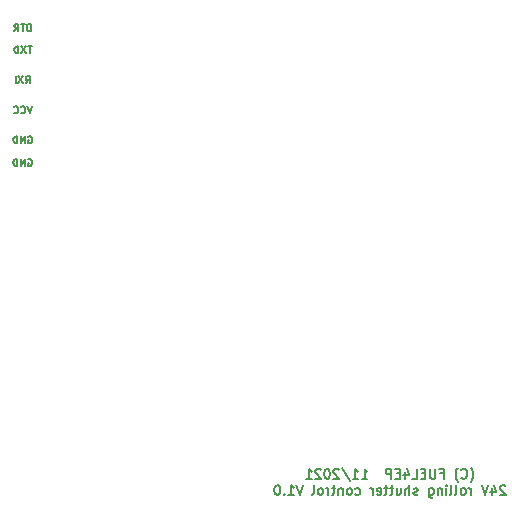
<source format=gbr>
G04 #@! TF.GenerationSoftware,KiCad,Pcbnew,5.1.12-84ad8e8a86~92~ubuntu18.04.1*
G04 #@! TF.CreationDate,2021-11-21T15:17:01+01:00*
G04 #@! TF.ProjectId,HM-LC-Bl1-FM_FUEL4EP_PCB,484d2d4c-432d-4426-9c31-2d464d5f4655,rev?*
G04 #@! TF.SameCoordinates,Original*
G04 #@! TF.FileFunction,Legend,Bot*
G04 #@! TF.FilePolarity,Positive*
%FSLAX46Y46*%
G04 Gerber Fmt 4.6, Leading zero omitted, Abs format (unit mm)*
G04 Created by KiCad (PCBNEW 5.1.12-84ad8e8a86~92~ubuntu18.04.1) date 2021-11-21 15:17:01*
%MOMM*%
%LPD*%
G01*
G04 APERTURE LIST*
%ADD10C,0.152400*%
%ADD11C,0.150000*%
%ADD12C,3.000000*%
%ADD13C,1.350000*%
%ADD14O,1.700000X1.700000*%
%ADD15R,1.700000X1.700000*%
%ADD16C,3.200000*%
%ADD17R,3.500000X3.500000*%
%ADD18O,1.400000X1.400000*%
%ADD19C,1.400000*%
%ADD20O,2.800000X2.800000*%
%ADD21C,2.800000*%
%ADD22O,2.200000X2.200000*%
%ADD23R,2.200000X2.200000*%
%ADD24C,1.600000*%
%ADD25R,1.600000X1.600000*%
%ADD26C,2.000000*%
%ADD27C,5.800000*%
%ADD28C,2.082800*%
%ADD29C,2.600000*%
%ADD30R,2.600000X2.600000*%
%ADD31C,5.700000*%
%ADD32C,2.200000*%
%ADD33C,2.500000*%
%ADD34C,1.800000*%
%ADD35C,1.498600*%
%ADD36R,1.498600X1.498600*%
%ADD37C,3.500000*%
%ADD38O,3.251200X1.625600*%
%ADD39R,1.050000X1.500000*%
%ADD40O,1.050000X1.500000*%
%ADD41O,1.800000X1.800000*%
%ADD42R,1.800000X1.800000*%
%ADD43O,1.717500X1.800000*%
%ADD44R,1.717500X1.800000*%
%ADD45O,1.600000X1.600000*%
G04 APERTURE END LIST*
D10*
X126820990Y-44187533D02*
X126859695Y-44148828D01*
X126937104Y-44032714D01*
X126975809Y-43955304D01*
X127014514Y-43839190D01*
X127053219Y-43645666D01*
X127053219Y-43490847D01*
X127014514Y-43297323D01*
X126975809Y-43181209D01*
X126937104Y-43103800D01*
X126859695Y-42987685D01*
X126820990Y-42948980D01*
X126046895Y-43800485D02*
X126085600Y-43839190D01*
X126201714Y-43877895D01*
X126279123Y-43877895D01*
X126395238Y-43839190D01*
X126472647Y-43761780D01*
X126511352Y-43684371D01*
X126550057Y-43529552D01*
X126550057Y-43413438D01*
X126511352Y-43258619D01*
X126472647Y-43181209D01*
X126395238Y-43103800D01*
X126279123Y-43065095D01*
X126201714Y-43065095D01*
X126085600Y-43103800D01*
X126046895Y-43142504D01*
X125775961Y-44187533D02*
X125737257Y-44148828D01*
X125659847Y-44032714D01*
X125621142Y-43955304D01*
X125582438Y-43839190D01*
X125543733Y-43645666D01*
X125543733Y-43490847D01*
X125582438Y-43297323D01*
X125621142Y-43181209D01*
X125659847Y-43103800D01*
X125737257Y-42987685D01*
X125775961Y-42948980D01*
X124266476Y-43452142D02*
X124537409Y-43452142D01*
X124537409Y-43877895D02*
X124537409Y-43065095D01*
X124150361Y-43065095D01*
X123840723Y-43065095D02*
X123840723Y-43723076D01*
X123802019Y-43800485D01*
X123763314Y-43839190D01*
X123685904Y-43877895D01*
X123531085Y-43877895D01*
X123453676Y-43839190D01*
X123414971Y-43800485D01*
X123376266Y-43723076D01*
X123376266Y-43065095D01*
X122989219Y-43452142D02*
X122718285Y-43452142D01*
X122602171Y-43877895D02*
X122989219Y-43877895D01*
X122989219Y-43065095D01*
X122602171Y-43065095D01*
X121866780Y-43877895D02*
X122253828Y-43877895D01*
X122253828Y-43065095D01*
X121247504Y-43336028D02*
X121247504Y-43877895D01*
X121441028Y-43026390D02*
X121634552Y-43606961D01*
X121131390Y-43606961D01*
X120821752Y-43452142D02*
X120550819Y-43452142D01*
X120434704Y-43877895D02*
X120821752Y-43877895D01*
X120821752Y-43065095D01*
X120434704Y-43065095D01*
X120086361Y-43877895D02*
X120086361Y-43065095D01*
X119776723Y-43065095D01*
X119699314Y-43103800D01*
X119660609Y-43142504D01*
X119621904Y-43219914D01*
X119621904Y-43336028D01*
X119660609Y-43413438D01*
X119699314Y-43452142D01*
X119776723Y-43490847D01*
X120086361Y-43490847D01*
X117609257Y-43877895D02*
X118073714Y-43877895D01*
X117841485Y-43877895D02*
X117841485Y-43065095D01*
X117918895Y-43181209D01*
X117996304Y-43258619D01*
X118073714Y-43297323D01*
X116835161Y-43877895D02*
X117299619Y-43877895D01*
X117067390Y-43877895D02*
X117067390Y-43065095D01*
X117144800Y-43181209D01*
X117222209Y-43258619D01*
X117299619Y-43297323D01*
X115906247Y-43026390D02*
X116602933Y-44071419D01*
X115674019Y-43142504D02*
X115635314Y-43103800D01*
X115557904Y-43065095D01*
X115364380Y-43065095D01*
X115286971Y-43103800D01*
X115248266Y-43142504D01*
X115209561Y-43219914D01*
X115209561Y-43297323D01*
X115248266Y-43413438D01*
X115712723Y-43877895D01*
X115209561Y-43877895D01*
X114706400Y-43065095D02*
X114628990Y-43065095D01*
X114551580Y-43103800D01*
X114512876Y-43142504D01*
X114474171Y-43219914D01*
X114435466Y-43374733D01*
X114435466Y-43568257D01*
X114474171Y-43723076D01*
X114512876Y-43800485D01*
X114551580Y-43839190D01*
X114628990Y-43877895D01*
X114706400Y-43877895D01*
X114783809Y-43839190D01*
X114822514Y-43800485D01*
X114861219Y-43723076D01*
X114899923Y-43568257D01*
X114899923Y-43374733D01*
X114861219Y-43219914D01*
X114822514Y-43142504D01*
X114783809Y-43103800D01*
X114706400Y-43065095D01*
X114125828Y-43142504D02*
X114087123Y-43103800D01*
X114009714Y-43065095D01*
X113816190Y-43065095D01*
X113738780Y-43103800D01*
X113700076Y-43142504D01*
X113661371Y-43219914D01*
X113661371Y-43297323D01*
X113700076Y-43413438D01*
X114164533Y-43877895D01*
X113661371Y-43877895D01*
X112887276Y-43877895D02*
X113351733Y-43877895D01*
X113119504Y-43877895D02*
X113119504Y-43065095D01*
X113196914Y-43181209D01*
X113274323Y-43258619D01*
X113351733Y-43297323D01*
X129762552Y-44514104D02*
X129723847Y-44475400D01*
X129646438Y-44436695D01*
X129452914Y-44436695D01*
X129375504Y-44475400D01*
X129336800Y-44514104D01*
X129298095Y-44591514D01*
X129298095Y-44668923D01*
X129336800Y-44785038D01*
X129801257Y-45249495D01*
X129298095Y-45249495D01*
X128601409Y-44707628D02*
X128601409Y-45249495D01*
X128794933Y-44397990D02*
X128988457Y-44978561D01*
X128485295Y-44978561D01*
X128291771Y-44436695D02*
X128020838Y-45249495D01*
X127749904Y-44436695D01*
X126859695Y-45249495D02*
X126859695Y-44707628D01*
X126859695Y-44862447D02*
X126820990Y-44785038D01*
X126782285Y-44746333D01*
X126704876Y-44707628D01*
X126627466Y-44707628D01*
X126240419Y-45249495D02*
X126317828Y-45210790D01*
X126356533Y-45172085D01*
X126395238Y-45094676D01*
X126395238Y-44862447D01*
X126356533Y-44785038D01*
X126317828Y-44746333D01*
X126240419Y-44707628D01*
X126124304Y-44707628D01*
X126046895Y-44746333D01*
X126008190Y-44785038D01*
X125969485Y-44862447D01*
X125969485Y-45094676D01*
X126008190Y-45172085D01*
X126046895Y-45210790D01*
X126124304Y-45249495D01*
X126240419Y-45249495D01*
X125505028Y-45249495D02*
X125582438Y-45210790D01*
X125621142Y-45133380D01*
X125621142Y-44436695D01*
X125079276Y-45249495D02*
X125156685Y-45210790D01*
X125195390Y-45133380D01*
X125195390Y-44436695D01*
X124769638Y-45249495D02*
X124769638Y-44707628D01*
X124769638Y-44436695D02*
X124808342Y-44475400D01*
X124769638Y-44514104D01*
X124730933Y-44475400D01*
X124769638Y-44436695D01*
X124769638Y-44514104D01*
X124382590Y-44707628D02*
X124382590Y-45249495D01*
X124382590Y-44785038D02*
X124343885Y-44746333D01*
X124266476Y-44707628D01*
X124150361Y-44707628D01*
X124072952Y-44746333D01*
X124034247Y-44823742D01*
X124034247Y-45249495D01*
X123298857Y-44707628D02*
X123298857Y-45365609D01*
X123337561Y-45443019D01*
X123376266Y-45481723D01*
X123453676Y-45520428D01*
X123569790Y-45520428D01*
X123647200Y-45481723D01*
X123298857Y-45210790D02*
X123376266Y-45249495D01*
X123531085Y-45249495D01*
X123608495Y-45210790D01*
X123647200Y-45172085D01*
X123685904Y-45094676D01*
X123685904Y-44862447D01*
X123647200Y-44785038D01*
X123608495Y-44746333D01*
X123531085Y-44707628D01*
X123376266Y-44707628D01*
X123298857Y-44746333D01*
X122331238Y-45210790D02*
X122253828Y-45249495D01*
X122099009Y-45249495D01*
X122021600Y-45210790D01*
X121982895Y-45133380D01*
X121982895Y-45094676D01*
X122021600Y-45017266D01*
X122099009Y-44978561D01*
X122215123Y-44978561D01*
X122292533Y-44939857D01*
X122331238Y-44862447D01*
X122331238Y-44823742D01*
X122292533Y-44746333D01*
X122215123Y-44707628D01*
X122099009Y-44707628D01*
X122021600Y-44746333D01*
X121634552Y-45249495D02*
X121634552Y-44436695D01*
X121286209Y-45249495D02*
X121286209Y-44823742D01*
X121324914Y-44746333D01*
X121402323Y-44707628D01*
X121518438Y-44707628D01*
X121595847Y-44746333D01*
X121634552Y-44785038D01*
X120550819Y-44707628D02*
X120550819Y-45249495D01*
X120899161Y-44707628D02*
X120899161Y-45133380D01*
X120860457Y-45210790D01*
X120783047Y-45249495D01*
X120666933Y-45249495D01*
X120589523Y-45210790D01*
X120550819Y-45172085D01*
X120279885Y-44707628D02*
X119970247Y-44707628D01*
X120163771Y-44436695D02*
X120163771Y-45133380D01*
X120125066Y-45210790D01*
X120047657Y-45249495D01*
X119970247Y-45249495D01*
X119815428Y-44707628D02*
X119505790Y-44707628D01*
X119699314Y-44436695D02*
X119699314Y-45133380D01*
X119660609Y-45210790D01*
X119583200Y-45249495D01*
X119505790Y-45249495D01*
X118925219Y-45210790D02*
X119002628Y-45249495D01*
X119157447Y-45249495D01*
X119234857Y-45210790D01*
X119273561Y-45133380D01*
X119273561Y-44823742D01*
X119234857Y-44746333D01*
X119157447Y-44707628D01*
X119002628Y-44707628D01*
X118925219Y-44746333D01*
X118886514Y-44823742D01*
X118886514Y-44901152D01*
X119273561Y-44978561D01*
X118538171Y-45249495D02*
X118538171Y-44707628D01*
X118538171Y-44862447D02*
X118499466Y-44785038D01*
X118460761Y-44746333D01*
X118383352Y-44707628D01*
X118305942Y-44707628D01*
X117067390Y-45210790D02*
X117144800Y-45249495D01*
X117299619Y-45249495D01*
X117377028Y-45210790D01*
X117415733Y-45172085D01*
X117454438Y-45094676D01*
X117454438Y-44862447D01*
X117415733Y-44785038D01*
X117377028Y-44746333D01*
X117299619Y-44707628D01*
X117144800Y-44707628D01*
X117067390Y-44746333D01*
X116602933Y-45249495D02*
X116680342Y-45210790D01*
X116719047Y-45172085D01*
X116757752Y-45094676D01*
X116757752Y-44862447D01*
X116719047Y-44785038D01*
X116680342Y-44746333D01*
X116602933Y-44707628D01*
X116486819Y-44707628D01*
X116409409Y-44746333D01*
X116370704Y-44785038D01*
X116332000Y-44862447D01*
X116332000Y-45094676D01*
X116370704Y-45172085D01*
X116409409Y-45210790D01*
X116486819Y-45249495D01*
X116602933Y-45249495D01*
X115983657Y-44707628D02*
X115983657Y-45249495D01*
X115983657Y-44785038D02*
X115944952Y-44746333D01*
X115867542Y-44707628D01*
X115751428Y-44707628D01*
X115674019Y-44746333D01*
X115635314Y-44823742D01*
X115635314Y-45249495D01*
X115364380Y-44707628D02*
X115054742Y-44707628D01*
X115248266Y-44436695D02*
X115248266Y-45133380D01*
X115209561Y-45210790D01*
X115132152Y-45249495D01*
X115054742Y-45249495D01*
X114783809Y-45249495D02*
X114783809Y-44707628D01*
X114783809Y-44862447D02*
X114745104Y-44785038D01*
X114706400Y-44746333D01*
X114628990Y-44707628D01*
X114551580Y-44707628D01*
X114164533Y-45249495D02*
X114241942Y-45210790D01*
X114280647Y-45172085D01*
X114319352Y-45094676D01*
X114319352Y-44862447D01*
X114280647Y-44785038D01*
X114241942Y-44746333D01*
X114164533Y-44707628D01*
X114048419Y-44707628D01*
X113971009Y-44746333D01*
X113932304Y-44785038D01*
X113893600Y-44862447D01*
X113893600Y-45094676D01*
X113932304Y-45172085D01*
X113971009Y-45210790D01*
X114048419Y-45249495D01*
X114164533Y-45249495D01*
X113429142Y-45249495D02*
X113506552Y-45210790D01*
X113545257Y-45133380D01*
X113545257Y-44436695D01*
X112616342Y-44436695D02*
X112345409Y-45249495D01*
X112074476Y-44436695D01*
X111377790Y-45249495D02*
X111842247Y-45249495D01*
X111610019Y-45249495D02*
X111610019Y-44436695D01*
X111687428Y-44552809D01*
X111764838Y-44630219D01*
X111842247Y-44668923D01*
X111029447Y-45172085D02*
X110990742Y-45210790D01*
X111029447Y-45249495D01*
X111068152Y-45210790D01*
X111029447Y-45172085D01*
X111029447Y-45249495D01*
X110487580Y-44436695D02*
X110410171Y-44436695D01*
X110332761Y-44475400D01*
X110294057Y-44514104D01*
X110255352Y-44591514D01*
X110216647Y-44746333D01*
X110216647Y-44939857D01*
X110255352Y-45094676D01*
X110294057Y-45172085D01*
X110332761Y-45210790D01*
X110410171Y-45249495D01*
X110487580Y-45249495D01*
X110564990Y-45210790D01*
X110603695Y-45172085D01*
X110642400Y-45094676D01*
X110681104Y-44939857D01*
X110681104Y-44746333D01*
X110642400Y-44591514D01*
X110603695Y-44514104D01*
X110564990Y-44475400D01*
X110487580Y-44436695D01*
D11*
X92075000Y-17780000D02*
G75*
G03*
X92075000Y-17780000I-635000J0D01*
G01*
X92075000Y-15240000D02*
G75*
G03*
X92075000Y-15240000I-635000J0D01*
G01*
X92075000Y-12700000D02*
G75*
G03*
X92075000Y-12700000I-635000J0D01*
G01*
X92075000Y-10160000D02*
G75*
G03*
X92075000Y-10160000I-635000J0D01*
G01*
X92075000Y-7620000D02*
G75*
G03*
X92075000Y-7620000I-635000J0D01*
G01*
X92075000Y-5080000D02*
G75*
G03*
X92075000Y-5080000I-635000J0D01*
G01*
X89357142Y-16845000D02*
X89414285Y-16816428D01*
X89500000Y-16816428D01*
X89585714Y-16845000D01*
X89642857Y-16902142D01*
X89671428Y-16959285D01*
X89700000Y-17073571D01*
X89700000Y-17159285D01*
X89671428Y-17273571D01*
X89642857Y-17330714D01*
X89585714Y-17387857D01*
X89500000Y-17416428D01*
X89442857Y-17416428D01*
X89357142Y-17387857D01*
X89328571Y-17359285D01*
X89328571Y-17159285D01*
X89442857Y-17159285D01*
X89071428Y-17416428D02*
X89071428Y-16816428D01*
X88728571Y-17416428D01*
X88728571Y-16816428D01*
X88442857Y-17416428D02*
X88442857Y-16816428D01*
X88300000Y-16816428D01*
X88214285Y-16845000D01*
X88157142Y-16902142D01*
X88128571Y-16959285D01*
X88100000Y-17073571D01*
X88100000Y-17159285D01*
X88128571Y-17273571D01*
X88157142Y-17330714D01*
X88214285Y-17387857D01*
X88300000Y-17416428D01*
X88442857Y-17416428D01*
X89357142Y-14940000D02*
X89414285Y-14911428D01*
X89500000Y-14911428D01*
X89585714Y-14940000D01*
X89642857Y-14997142D01*
X89671428Y-15054285D01*
X89700000Y-15168571D01*
X89700000Y-15254285D01*
X89671428Y-15368571D01*
X89642857Y-15425714D01*
X89585714Y-15482857D01*
X89500000Y-15511428D01*
X89442857Y-15511428D01*
X89357142Y-15482857D01*
X89328571Y-15454285D01*
X89328571Y-15254285D01*
X89442857Y-15254285D01*
X89071428Y-15511428D02*
X89071428Y-14911428D01*
X88728571Y-15511428D01*
X88728571Y-14911428D01*
X88442857Y-15511428D02*
X88442857Y-14911428D01*
X88300000Y-14911428D01*
X88214285Y-14940000D01*
X88157142Y-14997142D01*
X88128571Y-15054285D01*
X88100000Y-15168571D01*
X88100000Y-15254285D01*
X88128571Y-15368571D01*
X88157142Y-15425714D01*
X88214285Y-15482857D01*
X88300000Y-15511428D01*
X88442857Y-15511428D01*
X89700000Y-12371428D02*
X89500000Y-12971428D01*
X89300000Y-12371428D01*
X88757142Y-12914285D02*
X88785714Y-12942857D01*
X88871428Y-12971428D01*
X88928571Y-12971428D01*
X89014285Y-12942857D01*
X89071428Y-12885714D01*
X89100000Y-12828571D01*
X89128571Y-12714285D01*
X89128571Y-12628571D01*
X89100000Y-12514285D01*
X89071428Y-12457142D01*
X89014285Y-12400000D01*
X88928571Y-12371428D01*
X88871428Y-12371428D01*
X88785714Y-12400000D01*
X88757142Y-12428571D01*
X88157142Y-12914285D02*
X88185714Y-12942857D01*
X88271428Y-12971428D01*
X88328571Y-12971428D01*
X88414285Y-12942857D01*
X88471428Y-12885714D01*
X88500000Y-12828571D01*
X88528571Y-12714285D01*
X88528571Y-12628571D01*
X88500000Y-12514285D01*
X88471428Y-12457142D01*
X88414285Y-12400000D01*
X88328571Y-12371428D01*
X88271428Y-12371428D01*
X88185714Y-12400000D01*
X88157142Y-12428571D01*
X89142857Y-10431428D02*
X89342857Y-10145714D01*
X89485714Y-10431428D02*
X89485714Y-9831428D01*
X89257142Y-9831428D01*
X89200000Y-9860000D01*
X89171428Y-9888571D01*
X89142857Y-9945714D01*
X89142857Y-10031428D01*
X89171428Y-10088571D01*
X89200000Y-10117142D01*
X89257142Y-10145714D01*
X89485714Y-10145714D01*
X88942857Y-9831428D02*
X88542857Y-10431428D01*
X88542857Y-9831428D02*
X88942857Y-10431428D01*
X88314285Y-10431428D02*
X88314285Y-9831428D01*
X89657142Y-7291428D02*
X89314285Y-7291428D01*
X89485714Y-7891428D02*
X89485714Y-7291428D01*
X89171428Y-7291428D02*
X88771428Y-7891428D01*
X88771428Y-7291428D02*
X89171428Y-7891428D01*
X88542857Y-7891428D02*
X88542857Y-7291428D01*
X88400000Y-7291428D01*
X88314285Y-7320000D01*
X88257142Y-7377142D01*
X88228571Y-7434285D01*
X88200000Y-7548571D01*
X88200000Y-7634285D01*
X88228571Y-7748571D01*
X88257142Y-7805714D01*
X88314285Y-7862857D01*
X88400000Y-7891428D01*
X88542857Y-7891428D01*
X89585714Y-5986428D02*
X89585714Y-5386428D01*
X89442857Y-5386428D01*
X89357142Y-5415000D01*
X89300000Y-5472142D01*
X89271428Y-5529285D01*
X89242857Y-5643571D01*
X89242857Y-5729285D01*
X89271428Y-5843571D01*
X89300000Y-5900714D01*
X89357142Y-5957857D01*
X89442857Y-5986428D01*
X89585714Y-5986428D01*
X89071428Y-5386428D02*
X88728571Y-5386428D01*
X88900000Y-5986428D02*
X88900000Y-5386428D01*
X88185714Y-5986428D02*
X88385714Y-5700714D01*
X88528571Y-5986428D02*
X88528571Y-5386428D01*
X88300000Y-5386428D01*
X88242857Y-5415000D01*
X88214285Y-5443571D01*
X88185714Y-5500714D01*
X88185714Y-5586428D01*
X88214285Y-5643571D01*
X88242857Y-5672142D01*
X88300000Y-5700714D01*
X88528571Y-5700714D01*
%LPC*%
D12*
X76380000Y-55220000D03*
D13*
X76380000Y-57720000D03*
X76380000Y-52720000D03*
X58380000Y-59220000D03*
X58380000Y-57220000D03*
X58380000Y-55220000D03*
X58380000Y-53220000D03*
X58380000Y-51220000D03*
X58380000Y-49220000D03*
X58380000Y-47220000D03*
X58380000Y-61220000D03*
D14*
X76962000Y-25654000D03*
X74422000Y-25654000D03*
X71882000Y-25654000D03*
X69342000Y-25654000D03*
X66802000Y-25654000D03*
D15*
X64262000Y-25654000D03*
D16*
X92299000Y12180000D03*
X61999000Y27480000D03*
D17*
X96999000Y10980000D03*
X96999000Y28680000D03*
X57299000Y10980000D03*
X57299000Y28680000D03*
D14*
X92456000Y-31496000D03*
X92456000Y-34036000D03*
D15*
X92456000Y-36576000D03*
D18*
X43180000Y-21590000D03*
D19*
X48260000Y-21590000D03*
D18*
X82550000Y-47625000D03*
D19*
X87630000Y-47625000D03*
D18*
X45720000Y-12065000D03*
D19*
X50800000Y-12065000D03*
D18*
X123444000Y9474200D03*
D19*
X123444000Y14554200D03*
D18*
X112395000Y8890000D03*
D19*
X117475000Y8890000D03*
D18*
X72390000Y-30480000D03*
D19*
X77470000Y-30480000D03*
D18*
X140335000Y13970000D03*
D19*
X140335000Y8890000D03*
D18*
X135128000Y18034000D03*
D19*
X140208000Y18034000D03*
D18*
X87630000Y-31115000D03*
D19*
X82550000Y-31115000D03*
D18*
X92456000Y-27686000D03*
D19*
X92456000Y-22606000D03*
D18*
X67310000Y-36195000D03*
D19*
X67310000Y-31115000D03*
D18*
X55245000Y-34671000D03*
D19*
X60325000Y-34671000D03*
D18*
X50800000Y-31242000D03*
D19*
X50800000Y-26162000D03*
D18*
X63500000Y1270000D03*
D19*
X68580000Y1270000D03*
D18*
X63500000Y5080000D03*
D19*
X68580000Y5080000D03*
D18*
X48260000Y-24130000D03*
D19*
X43180000Y-24130000D03*
D18*
X60960000Y1270000D03*
D19*
X55880000Y1270000D03*
D18*
X60960000Y5080000D03*
D19*
X55880000Y5080000D03*
D18*
X53340000Y-27305000D03*
D19*
X58420000Y-27305000D03*
D18*
X56515000Y-7620000D03*
D19*
X56515000Y-2540000D03*
D18*
X58420000Y-24130000D03*
D19*
X53340000Y-24130000D03*
D18*
X48260000Y-27305000D03*
D19*
X43180000Y-27305000D03*
D20*
X117475000Y16510000D03*
D21*
X102235000Y16510000D03*
D22*
X53340000Y-16510000D03*
D23*
X45720000Y-16510000D03*
D22*
X80264000Y-43180000D03*
D23*
X87884000Y-43180000D03*
D22*
X81788000Y-24765000D03*
D23*
X89408000Y-24765000D03*
D24*
X84455000Y2635000D03*
D25*
X84455000Y635000D03*
D26*
X77390000Y-34925000D03*
X72390000Y-34925000D03*
X77470000Y5080000D03*
X72470000Y5080000D03*
X77470000Y1270000D03*
X72470000Y1270000D03*
D24*
X61595000Y-41910000D03*
D25*
X59095000Y-41910000D03*
D27*
X149860000Y-57658000D03*
D14*
X92075000Y-52705000D03*
X92075000Y-50165000D03*
X92075000Y-47625000D03*
D15*
X92075000Y-45085000D03*
D14*
X97155000Y-8890000D03*
X97155000Y-6350000D03*
D15*
X97155000Y-3810000D03*
D28*
X53213000Y-41071800D03*
X53213000Y-43611800D03*
X53213000Y-51231800D03*
X53213000Y-53771800D03*
X53213000Y-48691800D03*
X43053000Y-41071800D03*
X43053000Y-43611800D03*
X43053000Y-51231800D03*
X43053000Y-53771800D03*
X43053000Y-48691800D03*
X43053000Y-46151800D03*
X53213000Y-46151800D03*
D29*
X86995000Y-57658000D03*
D30*
X81915000Y-57658000D03*
D29*
X120650000Y25400000D03*
D30*
X125730000Y25400000D03*
D29*
X143510000Y25400000D03*
D30*
X148590000Y25400000D03*
D29*
X147320000Y16510000D03*
D30*
X147320000Y11430000D03*
D29*
X132080000Y25400000D03*
D30*
X137160000Y25400000D03*
D27*
X133350000Y13970000D03*
D29*
X104140000Y25400000D03*
X109220000Y25400000D03*
D30*
X114300000Y25400000D03*
D31*
X143075000Y-25455000D03*
X143075000Y-58455000D03*
X98175000Y-58455000D03*
X98175000Y-25455000D03*
D32*
X98425000Y-36455000D03*
X98425000Y-33915000D03*
X98425000Y-31375000D03*
X98425000Y-45085000D03*
X98425000Y-47625000D03*
X98425000Y-50165000D03*
X98425000Y-52705000D03*
D33*
X140825000Y-29455000D03*
X140825000Y-34455000D03*
X140825000Y-39455000D03*
X140825000Y-44455000D03*
X140825000Y-49455000D03*
X140825000Y-54455000D03*
D34*
X60960000Y-13970000D03*
X60960000Y-16510000D03*
X60960000Y-19050000D03*
X63500000Y-19050000D03*
X66040000Y-19050000D03*
X68580000Y-19050000D03*
X71120000Y-19050000D03*
X73660000Y-19050000D03*
X76200000Y-19050000D03*
X78740000Y-19050000D03*
X81280000Y-19050000D03*
X83820000Y-19050000D03*
X86360000Y-19050000D03*
X88900000Y-19050000D03*
X88900000Y-3810000D03*
X86360000Y-3810000D03*
X83820000Y-3810000D03*
X81280000Y-3810000D03*
X78740000Y-3810000D03*
X76200000Y-3810000D03*
X73660000Y-3810000D03*
X71120000Y-3810000D03*
X68580000Y-3810000D03*
X66040000Y-3810000D03*
X63500000Y-3810000D03*
X60960000Y-3810000D03*
X77470000Y-16510000D03*
X80010000Y-16510000D03*
X60960000Y-11430000D03*
X91440000Y-5080000D03*
X91440000Y-7620000D03*
X91440000Y-10160000D03*
X91440000Y-12700000D03*
X91440000Y-15240000D03*
X91440000Y-17780000D03*
D27*
X35560000Y-59690000D03*
X36830000Y26670000D03*
D29*
X35560000Y10160000D03*
D30*
X35560000Y15240000D03*
D29*
X35560000Y-1270000D03*
D30*
X35560000Y3810000D03*
D29*
X35560000Y-40640000D03*
D30*
X35560000Y-35560000D03*
D29*
X35560000Y-52070000D03*
D30*
X35560000Y-46990000D03*
D29*
X35560000Y-29210000D03*
D30*
X35560000Y-24130000D03*
D29*
X45720000Y25400000D03*
D30*
X50800000Y25400000D03*
D29*
X35560000Y-17780000D03*
X35560000Y-12700000D03*
D30*
X35560000Y-7620000D03*
D35*
X75082400Y-39928800D03*
X72542400Y-41198800D03*
D36*
X75082400Y-42468800D03*
D31*
X147850000Y3600000D03*
X147850000Y-17100000D03*
X103350000Y-17100000D03*
X103350000Y3600000D03*
D26*
X118680000Y3350000D03*
X116140000Y3350000D03*
X113600000Y3350000D03*
D37*
X105600000Y-1650000D03*
X105600000Y-6650000D03*
X105600000Y-11650000D03*
X145600000Y-1750000D03*
X145600000Y-6750000D03*
X145600000Y-11750000D03*
D38*
X127711200Y16230600D03*
X127711200Y13690600D03*
X127711200Y11150600D03*
D39*
X109220000Y10160000D03*
D40*
X106680000Y10160000D03*
X107950000Y10160000D03*
D41*
X87630000Y-35560000D03*
X85090000Y-35560000D03*
D42*
X82550000Y-35560000D03*
D43*
X47490000Y-7620000D03*
X49780000Y-7620000D03*
D44*
X52070000Y-7620000D03*
D14*
X47625000Y13335000D03*
X47625000Y10795000D03*
D15*
X47625000Y8255000D03*
D45*
X121056400Y9575800D03*
D25*
X121056400Y17195800D03*
D45*
X86360000Y6096000D03*
D25*
X93980000Y6096000D03*
M02*

</source>
